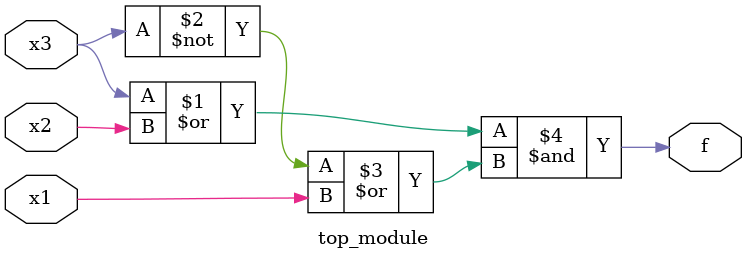
<source format=v>
module top_module( 
    input x3,
    input x2,
    input x1,  // three inputs
    output f   // one output
);

    assign f = (x3 | x2) & (~x3 | x1);
endmodule

</source>
